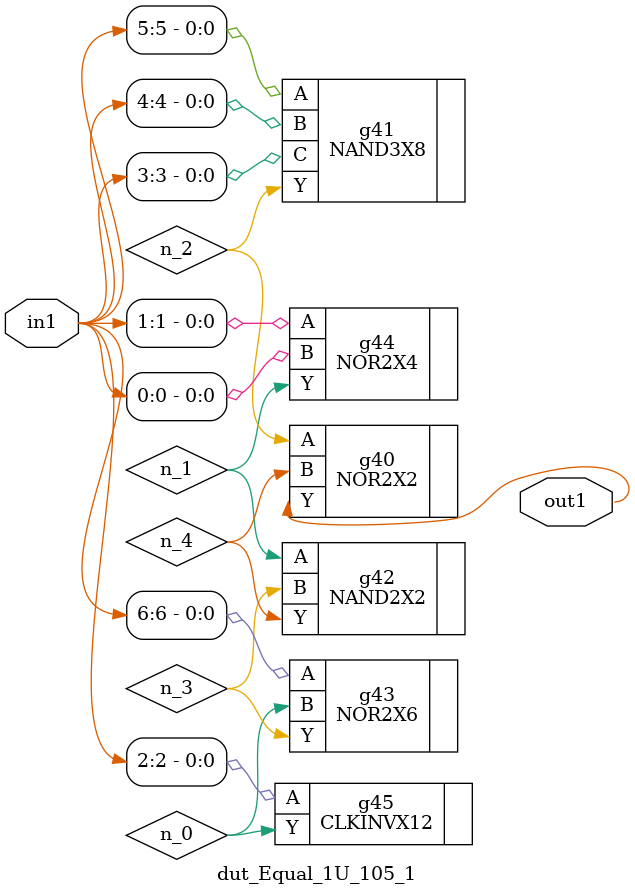
<source format=v>
`timescale 1ps / 1ps


module dut_Equal_1U_105_1(in1, out1);
  input [6:0] in1;
  output out1;
  wire [6:0] in1;
  wire out1;
  wire n_0, n_1, n_2, n_3, n_4;
  NOR2X2 g40(.A (n_2), .B (n_4), .Y (out1));
  NAND2X2 g42(.A (n_1), .B (n_3), .Y (n_4));
  NOR2X6 g43(.A (in1[6]), .B (n_0), .Y (n_3));
  NAND3X8 g41(.A (in1[5]), .B (in1[4]), .C (in1[3]), .Y (n_2));
  NOR2X4 g44(.A (in1[1]), .B (in1[0]), .Y (n_1));
  CLKINVX12 g45(.A (in1[2]), .Y (n_0));
endmodule



</source>
